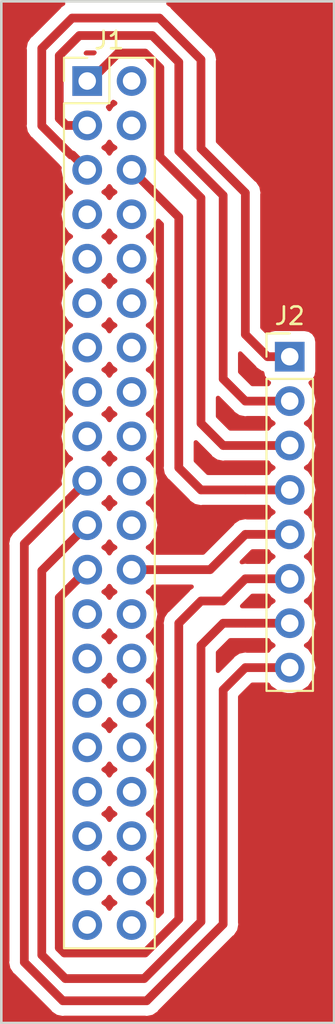
<source format=kicad_pcb>
(kicad_pcb (version 20171130) (host pcbnew 5.0.0-rc2-dev-unknown-5e5e80d~64~ubuntu16.04.1)

  (general
    (thickness 1.6)
    (drawings 4)
    (tracks 74)
    (zones 0)
    (modules 2)
    (nets 41)
  )

  (page A4)
  (layers
    (0 F.Cu signal)
    (31 B.Cu signal)
    (32 B.Adhes user)
    (33 F.Adhes user)
    (34 B.Paste user)
    (35 F.Paste user)
    (36 B.SilkS user)
    (37 F.SilkS user)
    (38 B.Mask user)
    (39 F.Mask user)
    (40 Dwgs.User user)
    (41 Cmts.User user hide)
    (42 Eco1.User user hide)
    (43 Eco2.User user hide)
    (44 Edge.Cuts user)
    (45 Margin user hide)
    (46 B.CrtYd user hide)
    (47 F.CrtYd user hide)
    (48 B.Fab user hide)
    (49 F.Fab user hide)
  )

  (setup
    (last_trace_width 0.5)
    (trace_clearance 0.6)
    (zone_clearance 0.508)
    (zone_45_only no)
    (trace_min 0.2)
    (segment_width 0.2)
    (edge_width 0.15)
    (via_size 0.8)
    (via_drill 0.4)
    (via_min_size 0.4)
    (via_min_drill 0.3)
    (uvia_size 0.3)
    (uvia_drill 0.1)
    (uvias_allowed no)
    (uvia_min_size 0.2)
    (uvia_min_drill 0.1)
    (pcb_text_width 0.3)
    (pcb_text_size 1.5 1.5)
    (mod_edge_width 0.15)
    (mod_text_size 1 1)
    (mod_text_width 0.15)
    (pad_size 1.524 1.524)
    (pad_drill 0.762)
    (pad_to_mask_clearance 0.2)
    (aux_axis_origin 0 0)
    (visible_elements FFFFFF7F)
    (pcbplotparams
      (layerselection 0x01000_7fffffff)
      (usegerberextensions false)
      (usegerberattributes false)
      (usegerberadvancedattributes false)
      (creategerberjobfile false)
      (excludeedgelayer true)
      (linewidth 0.100000)
      (plotframeref false)
      (viasonmask false)
      (mode 1)
      (useauxorigin false)
      (hpglpennumber 1)
      (hpglpenspeed 20)
      (hpglpendiameter 15)
      (psnegative false)
      (psa4output false)
      (plotreference true)
      (plotvalue true)
      (plotinvisibletext false)
      (padsonsilk false)
      (subtractmaskfromsilk false)
      (outputformat 1)
      (mirror false)
      (drillshape 0)
      (scaleselection 1)
      (outputdirectory gerbers/))
  )

  (net 0 "")
  (net 1 "Net-(J1-Pad40)")
  (net 2 "Net-(J1-Pad39)")
  (net 3 "Net-(J1-Pad38)")
  (net 4 "Net-(J1-Pad37)")
  (net 5 "Net-(J1-Pad36)")
  (net 6 "Net-(J1-Pad35)")
  (net 7 "Net-(J1-Pad34)")
  (net 8 "Net-(J1-Pad33)")
  (net 9 "Net-(J1-Pad32)")
  (net 10 "Net-(J1-Pad31)")
  (net 11 "Net-(J1-Pad30)")
  (net 12 "Net-(J1-Pad29)")
  (net 13 "Net-(J1-Pad28)")
  (net 14 "Net-(J1-Pad27)")
  (net 15 "Net-(J1-Pad26)")
  (net 16 "Net-(J1-Pad25)")
  (net 17 "Net-(J1-Pad24)")
  (net 18 "Net-(J1-Pad23)")
  (net 19 "Net-(J1-Pad22)")
  (net 20 "Net-(J1-Pad21)")
  (net 21 "Net-(J1-Pad20)")
  (net 22 "Net-(J1-Pad19)")
  (net 23 "Net-(J1-Pad18)")
  (net 24 "Net-(J1-Pad17)")
  (net 25 "Net-(J1-Pad16)")
  (net 26 "Net-(J1-Pad15)")
  (net 27 "Net-(J1-Pad14)")
  (net 28 "Net-(J1-Pad13)")
  (net 29 "Net-(J1-Pad12)")
  (net 30 "Net-(J1-Pad11)")
  (net 31 "Net-(J1-Pad10)")
  (net 32 "Net-(J1-Pad9)")
  (net 33 "Net-(J1-Pad8)")
  (net 34 "Net-(J1-Pad7)")
  (net 35 "Net-(J1-Pad6)")
  (net 36 "Net-(J1-Pad5)")
  (net 37 "Net-(J1-Pad4)")
  (net 38 "Net-(J1-Pad3)")
  (net 39 "Net-(J1-Pad2)")
  (net 40 "Net-(J1-Pad1)")

  (net_class Default "This is the default net class."
    (clearance 0.6)
    (trace_width 0.5)
    (via_dia 0.8)
    (via_drill 0.4)
    (uvia_dia 0.3)
    (uvia_drill 0.1)
    (add_net "Net-(J1-Pad1)")
    (add_net "Net-(J1-Pad10)")
    (add_net "Net-(J1-Pad11)")
    (add_net "Net-(J1-Pad12)")
    (add_net "Net-(J1-Pad13)")
    (add_net "Net-(J1-Pad14)")
    (add_net "Net-(J1-Pad15)")
    (add_net "Net-(J1-Pad16)")
    (add_net "Net-(J1-Pad17)")
    (add_net "Net-(J1-Pad18)")
    (add_net "Net-(J1-Pad19)")
    (add_net "Net-(J1-Pad2)")
    (add_net "Net-(J1-Pad20)")
    (add_net "Net-(J1-Pad21)")
    (add_net "Net-(J1-Pad22)")
    (add_net "Net-(J1-Pad23)")
    (add_net "Net-(J1-Pad24)")
    (add_net "Net-(J1-Pad25)")
    (add_net "Net-(J1-Pad26)")
    (add_net "Net-(J1-Pad27)")
    (add_net "Net-(J1-Pad28)")
    (add_net "Net-(J1-Pad29)")
    (add_net "Net-(J1-Pad3)")
    (add_net "Net-(J1-Pad30)")
    (add_net "Net-(J1-Pad31)")
    (add_net "Net-(J1-Pad32)")
    (add_net "Net-(J1-Pad33)")
    (add_net "Net-(J1-Pad34)")
    (add_net "Net-(J1-Pad35)")
    (add_net "Net-(J1-Pad36)")
    (add_net "Net-(J1-Pad37)")
    (add_net "Net-(J1-Pad38)")
    (add_net "Net-(J1-Pad39)")
    (add_net "Net-(J1-Pad4)")
    (add_net "Net-(J1-Pad40)")
    (add_net "Net-(J1-Pad5)")
    (add_net "Net-(J1-Pad6)")
    (add_net "Net-(J1-Pad7)")
    (add_net "Net-(J1-Pad8)")
    (add_net "Net-(J1-Pad9)")
  )

  (module Pin_Headers:Pin_Header_Straight_2x20_Pitch2.54mm (layer F.Cu) (tedit 59650533) (tstamp 5B51C787)
    (at 124.297381 92.1875)
    (descr "Through hole straight pin header, 2x20, 2.54mm pitch, double rows")
    (tags "Through hole pin header THT 2x20 2.54mm double row")
    (path /5B51C081)
    (fp_text reference J1 (at 1.27 -2.33) (layer F.SilkS)
      (effects (font (size 1 1) (thickness 0.15)))
    )
    (fp_text value Conn_02x20_Odd_Even (at 1.27 50.59) (layer F.Fab)
      (effects (font (size 1 1) (thickness 0.15)))
    )
    (fp_text user %R (at 1.27 24.13 90) (layer F.Fab)
      (effects (font (size 1 1) (thickness 0.15)))
    )
    (fp_line (start 4.35 -1.8) (end -1.8 -1.8) (layer F.CrtYd) (width 0.05))
    (fp_line (start 4.35 50.05) (end 4.35 -1.8) (layer F.CrtYd) (width 0.05))
    (fp_line (start -1.8 50.05) (end 4.35 50.05) (layer F.CrtYd) (width 0.05))
    (fp_line (start -1.8 -1.8) (end -1.8 50.05) (layer F.CrtYd) (width 0.05))
    (fp_line (start -1.33 -1.33) (end 0 -1.33) (layer F.SilkS) (width 0.12))
    (fp_line (start -1.33 0) (end -1.33 -1.33) (layer F.SilkS) (width 0.12))
    (fp_line (start 1.27 -1.33) (end 3.87 -1.33) (layer F.SilkS) (width 0.12))
    (fp_line (start 1.27 1.27) (end 1.27 -1.33) (layer F.SilkS) (width 0.12))
    (fp_line (start -1.33 1.27) (end 1.27 1.27) (layer F.SilkS) (width 0.12))
    (fp_line (start 3.87 -1.33) (end 3.87 49.59) (layer F.SilkS) (width 0.12))
    (fp_line (start -1.33 1.27) (end -1.33 49.59) (layer F.SilkS) (width 0.12))
    (fp_line (start -1.33 49.59) (end 3.87 49.59) (layer F.SilkS) (width 0.12))
    (fp_line (start -1.27 0) (end 0 -1.27) (layer F.Fab) (width 0.1))
    (fp_line (start -1.27 49.53) (end -1.27 0) (layer F.Fab) (width 0.1))
    (fp_line (start 3.81 49.53) (end -1.27 49.53) (layer F.Fab) (width 0.1))
    (fp_line (start 3.81 -1.27) (end 3.81 49.53) (layer F.Fab) (width 0.1))
    (fp_line (start 0 -1.27) (end 3.81 -1.27) (layer F.Fab) (width 0.1))
    (pad 40 thru_hole oval (at 2.54 48.26) (size 1.7 1.7) (drill 1) (layers *.Cu *.Mask)
      (net 1 "Net-(J1-Pad40)"))
    (pad 39 thru_hole oval (at 0 48.26) (size 1.7 1.7) (drill 1) (layers *.Cu *.Mask)
      (net 2 "Net-(J1-Pad39)"))
    (pad 38 thru_hole oval (at 2.54 45.72) (size 1.7 1.7) (drill 1) (layers *.Cu *.Mask)
      (net 3 "Net-(J1-Pad38)"))
    (pad 37 thru_hole oval (at 0 45.72) (size 1.7 1.7) (drill 1) (layers *.Cu *.Mask)
      (net 4 "Net-(J1-Pad37)"))
    (pad 36 thru_hole oval (at 2.54 43.18) (size 1.7 1.7) (drill 1) (layers *.Cu *.Mask)
      (net 5 "Net-(J1-Pad36)"))
    (pad 35 thru_hole oval (at 0 43.18) (size 1.7 1.7) (drill 1) (layers *.Cu *.Mask)
      (net 6 "Net-(J1-Pad35)"))
    (pad 34 thru_hole oval (at 2.54 40.64) (size 1.7 1.7) (drill 1) (layers *.Cu *.Mask)
      (net 7 "Net-(J1-Pad34)"))
    (pad 33 thru_hole oval (at 0 40.64) (size 1.7 1.7) (drill 1) (layers *.Cu *.Mask)
      (net 8 "Net-(J1-Pad33)"))
    (pad 32 thru_hole oval (at 2.54 38.1) (size 1.7 1.7) (drill 1) (layers *.Cu *.Mask)
      (net 9 "Net-(J1-Pad32)"))
    (pad 31 thru_hole oval (at 0 38.1) (size 1.7 1.7) (drill 1) (layers *.Cu *.Mask)
      (net 10 "Net-(J1-Pad31)"))
    (pad 30 thru_hole oval (at 2.54 35.56) (size 1.7 1.7) (drill 1) (layers *.Cu *.Mask)
      (net 11 "Net-(J1-Pad30)"))
    (pad 29 thru_hole oval (at 0 35.56) (size 1.7 1.7) (drill 1) (layers *.Cu *.Mask)
      (net 12 "Net-(J1-Pad29)"))
    (pad 28 thru_hole oval (at 2.54 33.02) (size 1.7 1.7) (drill 1) (layers *.Cu *.Mask)
      (net 13 "Net-(J1-Pad28)"))
    (pad 27 thru_hole oval (at 0 33.02) (size 1.7 1.7) (drill 1) (layers *.Cu *.Mask)
      (net 14 "Net-(J1-Pad27)"))
    (pad 26 thru_hole oval (at 2.54 30.48) (size 1.7 1.7) (drill 1) (layers *.Cu *.Mask)
      (net 15 "Net-(J1-Pad26)"))
    (pad 25 thru_hole oval (at 0 30.48) (size 1.7 1.7) (drill 1) (layers *.Cu *.Mask)
      (net 16 "Net-(J1-Pad25)"))
    (pad 24 thru_hole oval (at 2.54 27.94) (size 1.7 1.7) (drill 1) (layers *.Cu *.Mask)
      (net 17 "Net-(J1-Pad24)"))
    (pad 23 thru_hole oval (at 0 27.94) (size 1.7 1.7) (drill 1) (layers *.Cu *.Mask)
      (net 18 "Net-(J1-Pad23)"))
    (pad 22 thru_hole oval (at 2.54 25.4) (size 1.7 1.7) (drill 1) (layers *.Cu *.Mask)
      (net 19 "Net-(J1-Pad22)"))
    (pad 21 thru_hole oval (at 0 25.4) (size 1.7 1.7) (drill 1) (layers *.Cu *.Mask)
      (net 20 "Net-(J1-Pad21)"))
    (pad 20 thru_hole oval (at 2.54 22.86) (size 1.7 1.7) (drill 1) (layers *.Cu *.Mask)
      (net 21 "Net-(J1-Pad20)"))
    (pad 19 thru_hole oval (at 0 22.86) (size 1.7 1.7) (drill 1) (layers *.Cu *.Mask)
      (net 22 "Net-(J1-Pad19)"))
    (pad 18 thru_hole oval (at 2.54 20.32) (size 1.7 1.7) (drill 1) (layers *.Cu *.Mask)
      (net 23 "Net-(J1-Pad18)"))
    (pad 17 thru_hole oval (at 0 20.32) (size 1.7 1.7) (drill 1) (layers *.Cu *.Mask)
      (net 24 "Net-(J1-Pad17)"))
    (pad 16 thru_hole oval (at 2.54 17.78) (size 1.7 1.7) (drill 1) (layers *.Cu *.Mask)
      (net 25 "Net-(J1-Pad16)"))
    (pad 15 thru_hole oval (at 0 17.78) (size 1.7 1.7) (drill 1) (layers *.Cu *.Mask)
      (net 26 "Net-(J1-Pad15)"))
    (pad 14 thru_hole oval (at 2.54 15.24) (size 1.7 1.7) (drill 1) (layers *.Cu *.Mask)
      (net 27 "Net-(J1-Pad14)"))
    (pad 13 thru_hole oval (at 0 15.24) (size 1.7 1.7) (drill 1) (layers *.Cu *.Mask)
      (net 28 "Net-(J1-Pad13)"))
    (pad 12 thru_hole oval (at 2.54 12.7) (size 1.7 1.7) (drill 1) (layers *.Cu *.Mask)
      (net 29 "Net-(J1-Pad12)"))
    (pad 11 thru_hole oval (at 0 12.7) (size 1.7 1.7) (drill 1) (layers *.Cu *.Mask)
      (net 30 "Net-(J1-Pad11)"))
    (pad 10 thru_hole oval (at 2.54 10.16) (size 1.7 1.7) (drill 1) (layers *.Cu *.Mask)
      (net 31 "Net-(J1-Pad10)"))
    (pad 9 thru_hole oval (at 0 10.16) (size 1.7 1.7) (drill 1) (layers *.Cu *.Mask)
      (net 32 "Net-(J1-Pad9)"))
    (pad 8 thru_hole oval (at 2.54 7.62) (size 1.7 1.7) (drill 1) (layers *.Cu *.Mask)
      (net 33 "Net-(J1-Pad8)"))
    (pad 7 thru_hole oval (at 0 7.62) (size 1.7 1.7) (drill 1) (layers *.Cu *.Mask)
      (net 34 "Net-(J1-Pad7)"))
    (pad 6 thru_hole oval (at 2.54 5.08) (size 1.7 1.7) (drill 1) (layers *.Cu *.Mask)
      (net 35 "Net-(J1-Pad6)"))
    (pad 5 thru_hole oval (at 0 5.08) (size 1.7 1.7) (drill 1) (layers *.Cu *.Mask)
      (net 36 "Net-(J1-Pad5)"))
    (pad 4 thru_hole oval (at 2.54 2.54) (size 1.7 1.7) (drill 1) (layers *.Cu *.Mask)
      (net 37 "Net-(J1-Pad4)"))
    (pad 3 thru_hole oval (at 0 2.54) (size 1.7 1.7) (drill 1) (layers *.Cu *.Mask)
      (net 38 "Net-(J1-Pad3)"))
    (pad 2 thru_hole oval (at 2.54 0) (size 1.7 1.7) (drill 1) (layers *.Cu *.Mask)
      (net 39 "Net-(J1-Pad2)"))
    (pad 1 thru_hole rect (at 0 0) (size 1.7 1.7) (drill 1) (layers *.Cu *.Mask)
      (net 40 "Net-(J1-Pad1)"))
    (model ${KISYS3DMOD}/Pin_Headers.3dshapes/Pin_Header_Straight_2x20_Pitch2.54mm.wrl
      (at (xyz 0 0 0))
      (scale (xyz 1 1 1))
      (rotate (xyz 0 0 0))
    )
  )

  (module Pin_Headers:Pin_Header_Straight_1x08_Pitch2.54mm (layer F.Cu) (tedit 59650532) (tstamp 5B51CB48)
    (at 135.89 107.95)
    (descr "Through hole straight pin header, 1x08, 2.54mm pitch, single row")
    (tags "Through hole pin header THT 1x08 2.54mm single row")
    (path /5B51C2D2)
    (fp_text reference J2 (at 0 -2.33) (layer F.SilkS)
      (effects (font (size 1 1) (thickness 0.15)))
    )
    (fp_text value Conn_01x08 (at 0 20.11) (layer F.Fab)
      (effects (font (size 1 1) (thickness 0.15)))
    )
    (fp_text user %R (at 0 8.89 90) (layer F.Fab)
      (effects (font (size 1 1) (thickness 0.15)))
    )
    (fp_line (start 1.8 -1.8) (end -1.8 -1.8) (layer F.CrtYd) (width 0.05))
    (fp_line (start 1.8 19.55) (end 1.8 -1.8) (layer F.CrtYd) (width 0.05))
    (fp_line (start -1.8 19.55) (end 1.8 19.55) (layer F.CrtYd) (width 0.05))
    (fp_line (start -1.8 -1.8) (end -1.8 19.55) (layer F.CrtYd) (width 0.05))
    (fp_line (start -1.33 -1.33) (end 0 -1.33) (layer F.SilkS) (width 0.12))
    (fp_line (start -1.33 0) (end -1.33 -1.33) (layer F.SilkS) (width 0.12))
    (fp_line (start -1.33 1.27) (end 1.33 1.27) (layer F.SilkS) (width 0.12))
    (fp_line (start 1.33 1.27) (end 1.33 19.11) (layer F.SilkS) (width 0.12))
    (fp_line (start -1.33 1.27) (end -1.33 19.11) (layer F.SilkS) (width 0.12))
    (fp_line (start -1.33 19.11) (end 1.33 19.11) (layer F.SilkS) (width 0.12))
    (fp_line (start -1.27 -0.635) (end -0.635 -1.27) (layer F.Fab) (width 0.1))
    (fp_line (start -1.27 19.05) (end -1.27 -0.635) (layer F.Fab) (width 0.1))
    (fp_line (start 1.27 19.05) (end -1.27 19.05) (layer F.Fab) (width 0.1))
    (fp_line (start 1.27 -1.27) (end 1.27 19.05) (layer F.Fab) (width 0.1))
    (fp_line (start -0.635 -1.27) (end 1.27 -1.27) (layer F.Fab) (width 0.1))
    (pad 8 thru_hole oval (at 0 17.78) (size 1.7 1.7) (drill 1) (layers *.Cu *.Mask)
      (net 22 "Net-(J1-Pad19)"))
    (pad 7 thru_hole oval (at 0 15.24) (size 1.7 1.7) (drill 1) (layers *.Cu *.Mask)
      (net 20 "Net-(J1-Pad21)"))
    (pad 6 thru_hole oval (at 0 12.7) (size 1.7 1.7) (drill 1) (layers *.Cu *.Mask)
      (net 18 "Net-(J1-Pad23)"))
    (pad 5 thru_hole oval (at 0 10.16) (size 1.7 1.7) (drill 1) (layers *.Cu *.Mask)
      (net 17 "Net-(J1-Pad24)"))
    (pad 4 thru_hole oval (at 0 7.62) (size 1.7 1.7) (drill 1) (layers *.Cu *.Mask)
      (net 35 "Net-(J1-Pad6)"))
    (pad 3 thru_hole oval (at 0 5.08) (size 1.7 1.7) (drill 1) (layers *.Cu *.Mask)
      (net 40 "Net-(J1-Pad1)"))
    (pad 2 thru_hole oval (at 0 2.54) (size 1.7 1.7) (drill 1) (layers *.Cu *.Mask)
      (net 38 "Net-(J1-Pad3)"))
    (pad 1 thru_hole rect (at 0 0) (size 1.7 1.7) (drill 1) (layers *.Cu *.Mask)
      (net 36 "Net-(J1-Pad5)"))
    (model ${KISYS3DMOD}/Pin_Headers.3dshapes/Pin_Header_Straight_1x08_Pitch2.54mm.wrl
      (at (xyz 0 0 0))
      (scale (xyz 1 1 1))
      (rotate (xyz 0 0 0))
    )
  )

  (gr_line (start 119.38 146.05) (end 119.38 87.63) (layer Edge.Cuts) (width 0.15))
  (gr_line (start 138.43 146.05) (end 119.38 146.05) (layer Edge.Cuts) (width 0.15))
  (gr_line (start 138.43 87.63) (end 138.43 146.05) (layer Edge.Cuts) (width 0.15))
  (gr_line (start 119.38 87.63) (end 138.43 87.63) (layer Edge.Cuts) (width 0.15))

  (segment (start 131.3325 120.1275) (end 126.837381 120.1275) (width 0.5) (layer F.Cu) (net 17))
  (segment (start 133.35 118.11) (end 131.3325 120.1275) (width 0.5) (layer F.Cu) (net 17))
  (segment (start 135.89 118.11) (end 134.62 118.11) (width 0.5) (layer F.Cu) (net 17))
  (segment (start 134.62 118.11) (end 133.35 118.11) (width 0.5) (layer F.Cu) (net 17))
  (segment (start 123.447382 120.977499) (end 124.297381 120.1275) (width 0.5) (layer F.Cu) (net 18))
  (segment (start 132.08 121.92) (end 130.81 121.92) (width 0.5) (layer F.Cu) (net 18))
  (segment (start 133.35 120.65) (end 132.08 121.92) (width 0.5) (layer F.Cu) (net 18))
  (segment (start 130.81 121.92) (end 129.54 123.19) (width 0.5) (layer F.Cu) (net 18))
  (segment (start 122.997501 142.047501) (end 122.69738 141.74738) (width 0.5) (layer F.Cu) (net 18))
  (segment (start 122.69738 121.727501) (end 123.447382 120.977499) (width 0.5) (layer F.Cu) (net 18))
  (segment (start 129.54 123.19) (end 129.54 140.112883) (width 0.5) (layer F.Cu) (net 18))
  (segment (start 122.69738 141.74738) (end 122.69738 121.727501) (width 0.5) (layer F.Cu) (net 18))
  (segment (start 129.54 140.112883) (end 127.605382 142.047501) (width 0.5) (layer F.Cu) (net 18))
  (segment (start 127.605382 142.047501) (end 122.997501 142.047501) (width 0.5) (layer F.Cu) (net 18))
  (segment (start 135.89 120.65) (end 134.62 120.65) (width 0.5) (layer F.Cu) (net 18))
  (segment (start 134.62 120.65) (end 133.35 120.65) (width 0.5) (layer F.Cu) (net 18))
  (segment (start 132.08 123.19) (end 130.81 124.46) (width 0.5) (layer F.Cu) (net 20))
  (segment (start 130.81 140.25711) (end 127.55711 143.51) (width 0.5) (layer F.Cu) (net 20))
  (segment (start 130.81 124.46) (end 130.81 140.25711) (width 0.5) (layer F.Cu) (net 20))
  (segment (start 121.69737 120.187511) (end 124.297381 117.5875) (width 0.5) (layer F.Cu) (net 20))
  (segment (start 121.69737 142.161597) (end 121.69737 120.187511) (width 0.5) (layer F.Cu) (net 20))
  (segment (start 123.045773 143.51) (end 121.69737 142.161597) (width 0.5) (layer F.Cu) (net 20))
  (segment (start 127.55711 143.51) (end 123.045773 143.51) (width 0.5) (layer F.Cu) (net 20))
  (segment (start 135.89 123.19) (end 134.62 123.19) (width 0.5) (layer F.Cu) (net 20))
  (segment (start 134.62 123.19) (end 133.35 123.19) (width 0.5) (layer F.Cu) (net 20))
  (segment (start 133.35 123.19) (end 132.08 123.19) (width 0.5) (layer F.Cu) (net 20))
  (segment (start 133.35 125.73) (end 132.08 127) (width 0.5) (layer F.Cu) (net 22))
  (segment (start 132.08 140.401336) (end 127.701336 144.78) (width 0.5) (layer F.Cu) (net 22))
  (segment (start 132.08 127) (end 132.08 140.401336) (width 0.5) (layer F.Cu) (net 22))
  (segment (start 123.447382 115.897499) (end 124.297381 115.0475) (width 0.5) (layer F.Cu) (net 22))
  (segment (start 120.69736 118.647521) (end 123.447382 115.897499) (width 0.5) (layer F.Cu) (net 22))
  (segment (start 120.69736 142.575814) (end 120.69736 118.647521) (width 0.5) (layer F.Cu) (net 22))
  (segment (start 122.901547 144.78) (end 120.69736 142.575814) (width 0.5) (layer F.Cu) (net 22))
  (segment (start 127.701336 144.78) (end 122.901547 144.78) (width 0.5) (layer F.Cu) (net 22))
  (segment (start 135.89 125.73) (end 134.62 125.73) (width 0.5) (layer F.Cu) (net 22))
  (segment (start 134.62 125.73) (end 133.35 125.73) (width 0.5) (layer F.Cu) (net 22))
  (segment (start 130.81 115.57) (end 129.54 114.3) (width 0.5) (layer F.Cu) (net 35))
  (segment (start 129.54 99.970119) (end 126.837381 97.2675) (width 0.5) (layer F.Cu) (net 35))
  (segment (start 129.54 114.3) (end 129.54 99.970119) (width 0.5) (layer F.Cu) (net 35))
  (segment (start 135.89 115.57) (end 133.35 115.57) (width 0.5) (layer F.Cu) (net 35))
  (segment (start 133.35 115.57) (end 130.81 115.57) (width 0.5) (layer F.Cu) (net 35))
  (segment (start 123.371074 96.417501) (end 123.447382 96.417501) (width 0.5) (layer F.Cu) (net 36))
  (segment (start 133.35 106.68) (end 133.35 98.583665) (width 0.5) (layer F.Cu) (net 36))
  (segment (start 130.809999 90.963663) (end 128.433816 88.587479) (width 0.5) (layer F.Cu) (net 36))
  (segment (start 133.35 98.583665) (end 130.81 96.043665) (width 0.5) (layer F.Cu) (net 36))
  (segment (start 123.447382 96.417501) (end 124.297381 97.2675) (width 0.5) (layer F.Cu) (net 36))
  (segment (start 130.81 96.043665) (end 130.809999 90.963663) (width 0.5) (layer F.Cu) (net 36))
  (segment (start 128.433816 88.587479) (end 123.433173 88.587479) (width 0.5) (layer F.Cu) (net 36))
  (segment (start 121.69737 90.323282) (end 121.69737 94.743797) (width 0.5) (layer F.Cu) (net 36))
  (segment (start 134.62 107.95) (end 133.35 106.68) (width 0.5) (layer F.Cu) (net 36))
  (segment (start 123.433173 88.587479) (end 121.69737 90.323282) (width 0.5) (layer F.Cu) (net 36))
  (segment (start 121.69737 94.743797) (end 123.371074 96.417501) (width 0.5) (layer F.Cu) (net 36))
  (segment (start 135.89 107.95) (end 134.62 107.95) (width 0.5) (layer F.Cu) (net 36))
  (segment (start 123.0953 94.7275) (end 124.297381 94.7275) (width 0.5) (layer F.Cu) (net 38))
  (segment (start 128.019599 89.587489) (end 123.84739 89.587489) (width 0.5) (layer F.Cu) (net 38))
  (segment (start 132.08 98.727891) (end 129.54 96.187891) (width 0.5) (layer F.Cu) (net 38))
  (segment (start 129.54 96.187891) (end 129.54 91.10789) (width 0.5) (layer F.Cu) (net 38))
  (segment (start 129.54 91.10789) (end 128.019599 89.587489) (width 0.5) (layer F.Cu) (net 38))
  (segment (start 123.84739 89.587489) (end 122.69738 90.737499) (width 0.5) (layer F.Cu) (net 38))
  (segment (start 122.69738 90.737499) (end 122.69738 94.32958) (width 0.5) (layer F.Cu) (net 38))
  (segment (start 132.08 109.22) (end 132.08 98.727891) (width 0.5) (layer F.Cu) (net 38))
  (segment (start 133.35 110.49) (end 132.08 109.22) (width 0.5) (layer F.Cu) (net 38))
  (segment (start 122.69738 94.32958) (end 123.0953 94.7275) (width 0.5) (layer F.Cu) (net 38))
  (segment (start 135.89 110.49) (end 133.35 110.49) (width 0.5) (layer F.Cu) (net 38))
  (segment (start 124.469379 92.1875) (end 124.297381 92.1875) (width 0.5) (layer F.Cu) (net 40))
  (segment (start 126.06938 90.587499) (end 124.469379 92.1875) (width 0.5) (layer F.Cu) (net 40))
  (segment (start 128.457883 91.44) (end 127.605382 90.587499) (width 0.5) (layer F.Cu) (net 40))
  (segment (start 128.457883 96.52) (end 128.457883 91.44) (width 0.5) (layer F.Cu) (net 40))
  (segment (start 130.81 98.872117) (end 128.457883 96.52) (width 0.5) (layer F.Cu) (net 40))
  (segment (start 127.605382 90.587499) (end 126.06938 90.587499) (width 0.5) (layer F.Cu) (net 40))
  (segment (start 130.81 111.76) (end 130.81 98.872117) (width 0.5) (layer F.Cu) (net 40))
  (segment (start 132.08 113.03) (end 130.81 111.76) (width 0.5) (layer F.Cu) (net 40))
  (segment (start 135.89 113.03) (end 134.62 113.03) (width 0.5) (layer F.Cu) (net 40))
  (segment (start 134.62 113.03) (end 132.08 113.03) (width 0.5) (layer F.Cu) (net 40))

  (zone (net 0) (net_name "") (layer F.Cu) (tstamp 0) (hatch edge 0.508)
    (connect_pads (clearance 0.508))
    (min_thickness 0.254)
    (fill yes (arc_segments 16) (thermal_gap 0.508) (thermal_bridge_width 0.508))
    (polygon
      (pts
        (xy 119.38 87.63) (xy 138.43 87.63) (xy 138.43 146.05) (xy 119.38 146.05)
      )
    )
    (filled_polygon
      (pts
        (xy 122.810369 87.828596) (xy 122.810367 87.828598) (xy 122.728796 87.883102) (xy 122.674292 87.964673) (xy 121.074567 89.564399)
        (xy 120.992993 89.618905) (xy 120.777057 89.942077) (xy 120.72037 90.22706) (xy 120.72037 90.227064) (xy 120.701231 90.323282)
        (xy 120.72037 90.4195) (xy 120.720371 94.647574) (xy 120.701231 94.743797) (xy 120.777058 95.125003) (xy 120.938487 95.3666)
        (xy 120.93849 95.366603) (xy 120.992994 95.448174) (xy 121.074565 95.502678) (xy 122.612193 97.040307) (xy 122.666697 97.121878)
        (xy 122.71238 97.152403) (xy 122.689486 97.2675) (xy 122.81188 97.882815) (xy 123.160428 98.404453) (xy 123.359547 98.5375)
        (xy 123.160428 98.670547) (xy 122.81188 99.192185) (xy 122.689486 99.8075) (xy 122.81188 100.422815) (xy 123.160428 100.944453)
        (xy 123.359547 101.0775) (xy 123.160428 101.210547) (xy 122.81188 101.732185) (xy 122.689486 102.3475) (xy 122.81188 102.962815)
        (xy 123.160428 103.484453) (xy 123.359547 103.6175) (xy 123.160428 103.750547) (xy 122.81188 104.272185) (xy 122.689486 104.8875)
        (xy 122.81188 105.502815) (xy 123.160428 106.024453) (xy 123.359547 106.1575) (xy 123.160428 106.290547) (xy 122.81188 106.812185)
        (xy 122.689486 107.4275) (xy 122.81188 108.042815) (xy 123.160428 108.564453) (xy 123.359547 108.6975) (xy 123.160428 108.830547)
        (xy 122.81188 109.352185) (xy 122.689486 109.9675) (xy 122.81188 110.582815) (xy 123.160428 111.104453) (xy 123.359547 111.2375)
        (xy 123.160428 111.370547) (xy 122.81188 111.892185) (xy 122.689486 112.5075) (xy 122.81188 113.122815) (xy 123.160428 113.644453)
        (xy 123.359547 113.7775) (xy 123.160428 113.910547) (xy 122.81188 114.432185) (xy 122.689486 115.0475) (xy 122.727017 115.236178)
        (xy 120.074555 117.88864) (xy 119.992984 117.943144) (xy 119.93848 118.024715) (xy 119.938477 118.024718) (xy 119.777048 118.266315)
        (xy 119.701221 118.647521) (xy 119.720361 118.743744) (xy 119.72036 142.479596) (xy 119.701221 142.575814) (xy 119.72036 142.672032)
        (xy 119.72036 142.672036) (xy 119.777047 142.957019) (xy 119.992983 143.280191) (xy 120.074557 143.334697) (xy 122.142666 145.402806)
        (xy 122.19717 145.484377) (xy 122.278741 145.538881) (xy 122.278743 145.538883) (xy 122.43898 145.645949) (xy 122.520341 145.700313)
        (xy 122.805324 145.757) (xy 122.805328 145.757) (xy 122.901546 145.776139) (xy 122.997764 145.757) (xy 127.605118 145.757)
        (xy 127.701336 145.776139) (xy 127.797554 145.757) (xy 127.797559 145.757) (xy 128.082542 145.700313) (xy 128.405713 145.484377)
        (xy 128.460219 145.402803) (xy 132.702806 141.160217) (xy 132.784377 141.105713) (xy 132.838881 141.024142) (xy 132.838883 141.02414)
        (xy 133.000312 140.782543) (xy 133.000313 140.782542) (xy 133.057 140.497559) (xy 133.057 140.497555) (xy 133.076139 140.401337)
        (xy 133.057 140.305119) (xy 133.057 127.404686) (xy 133.754687 126.707) (xy 134.64617 126.707) (xy 134.753047 126.866953)
        (xy 135.274685 127.215501) (xy 135.734681 127.307) (xy 136.045319 127.307) (xy 136.505315 127.215501) (xy 137.026953 126.866953)
        (xy 137.375501 126.345315) (xy 137.497895 125.73) (xy 137.375501 125.114685) (xy 137.026953 124.593047) (xy 136.827834 124.46)
        (xy 137.026953 124.326953) (xy 137.375501 123.805315) (xy 137.497895 123.19) (xy 137.375501 122.574685) (xy 137.026953 122.053047)
        (xy 136.827834 121.92) (xy 137.026953 121.786953) (xy 137.375501 121.265315) (xy 137.497895 120.65) (xy 137.375501 120.034685)
        (xy 137.026953 119.513047) (xy 136.827834 119.38) (xy 137.026953 119.246953) (xy 137.375501 118.725315) (xy 137.497895 118.11)
        (xy 137.375501 117.494685) (xy 137.026953 116.973047) (xy 136.827834 116.84) (xy 137.026953 116.706953) (xy 137.375501 116.185315)
        (xy 137.497895 115.57) (xy 137.375501 114.954685) (xy 137.026953 114.433047) (xy 136.827834 114.3) (xy 137.026953 114.166953)
        (xy 137.375501 113.645315) (xy 137.497895 113.03) (xy 137.375501 112.414685) (xy 137.026953 111.893047) (xy 136.827834 111.76)
        (xy 137.026953 111.626953) (xy 137.375501 111.105315) (xy 137.497895 110.49) (xy 137.375501 109.874685) (xy 137.086807 109.442625)
        (xy 137.264137 109.324137) (xy 137.424818 109.083661) (xy 137.481242 108.8) (xy 137.481242 107.1) (xy 137.424818 106.816339)
        (xy 137.264137 106.575863) (xy 137.023661 106.415182) (xy 136.74 106.358758) (xy 135.04 106.358758) (xy 134.756339 106.415182)
        (xy 134.582814 106.531128) (xy 134.327 106.275314) (xy 134.327 98.679882) (xy 134.346139 98.583664) (xy 134.327 98.487446)
        (xy 134.327 98.487442) (xy 134.270313 98.202459) (xy 134.054377 97.879288) (xy 133.972803 97.824782) (xy 131.787 95.638979)
        (xy 131.786998 91.059885) (xy 131.806138 90.963663) (xy 131.730312 90.582457) (xy 131.568882 90.340859) (xy 131.568877 90.340854)
        (xy 131.514375 90.259286) (xy 131.432807 90.204784) (xy 129.192699 87.964676) (xy 129.138193 87.883102) (xy 128.949468 87.757)
        (xy 138.303 87.757) (xy 138.303 145.923) (xy 119.507 145.923) (xy 119.507 87.757) (xy 122.917521 87.757)
      )
    )
    (filled_polygon
      (pts
        (xy 130.187196 121.161117) (xy 130.187194 121.161119) (xy 130.105623 121.215623) (xy 130.051119 121.297194) (xy 128.917197 122.431117)
        (xy 128.835623 122.485623) (xy 128.619687 122.808795) (xy 128.563 123.093778) (xy 128.563 123.093782) (xy 128.543861 123.19)
        (xy 128.563 123.286218) (xy 128.563001 139.708195) (xy 128.342149 139.929047) (xy 128.322882 139.832185) (xy 127.974334 139.310547)
        (xy 127.775215 139.1775) (xy 127.974334 139.044453) (xy 128.322882 138.522815) (xy 128.445276 137.9075) (xy 128.322882 137.292185)
        (xy 127.974334 136.770547) (xy 127.775215 136.6375) (xy 127.974334 136.504453) (xy 128.322882 135.982815) (xy 128.445276 135.3675)
        (xy 128.322882 134.752185) (xy 127.974334 134.230547) (xy 127.775215 134.0975) (xy 127.974334 133.964453) (xy 128.322882 133.442815)
        (xy 128.445276 132.8275) (xy 128.322882 132.212185) (xy 127.974334 131.690547) (xy 127.775215 131.5575) (xy 127.974334 131.424453)
        (xy 128.322882 130.902815) (xy 128.445276 130.2875) (xy 128.322882 129.672185) (xy 127.974334 129.150547) (xy 127.775215 129.0175)
        (xy 127.974334 128.884453) (xy 128.322882 128.362815) (xy 128.445276 127.7475) (xy 128.322882 127.132185) (xy 127.974334 126.610547)
        (xy 127.775215 126.4775) (xy 127.974334 126.344453) (xy 128.322882 125.822815) (xy 128.445276 125.2075) (xy 128.322882 124.592185)
        (xy 127.974334 124.070547) (xy 127.775215 123.9375) (xy 127.974334 123.804453) (xy 128.322882 123.282815) (xy 128.445276 122.6675)
        (xy 128.322882 122.052185) (xy 127.974334 121.530547) (xy 127.775215 121.3975) (xy 127.974334 121.264453) (xy 128.081211 121.1045)
        (xy 130.27193 121.1045)
      )
    )
    (filled_polygon
      (pts
        (xy 125.700428 139.044453) (xy 125.899547 139.1775) (xy 125.700428 139.310547) (xy 125.567381 139.509666) (xy 125.434334 139.310547)
        (xy 125.235215 139.1775) (xy 125.434334 139.044453) (xy 125.567381 138.845334)
      )
    )
    (filled_polygon
      (pts
        (xy 125.700428 136.504453) (xy 125.899547 136.6375) (xy 125.700428 136.770547) (xy 125.567381 136.969666) (xy 125.434334 136.770547)
        (xy 125.235215 136.6375) (xy 125.434334 136.504453) (xy 125.567381 136.305334)
      )
    )
    (filled_polygon
      (pts
        (xy 125.700428 133.964453) (xy 125.899547 134.0975) (xy 125.700428 134.230547) (xy 125.567381 134.429666) (xy 125.434334 134.230547)
        (xy 125.235215 134.0975) (xy 125.434334 133.964453) (xy 125.567381 133.765334)
      )
    )
    (filled_polygon
      (pts
        (xy 125.700428 131.424453) (xy 125.899547 131.5575) (xy 125.700428 131.690547) (xy 125.567381 131.889666) (xy 125.434334 131.690547)
        (xy 125.235215 131.5575) (xy 125.434334 131.424453) (xy 125.567381 131.225334)
      )
    )
    (filled_polygon
      (pts
        (xy 125.700428 128.884453) (xy 125.899547 129.0175) (xy 125.700428 129.150547) (xy 125.567381 129.349666) (xy 125.434334 129.150547)
        (xy 125.235215 129.0175) (xy 125.434334 128.884453) (xy 125.567381 128.685334)
      )
    )
    (filled_polygon
      (pts
        (xy 125.700428 126.344453) (xy 125.899547 126.4775) (xy 125.700428 126.610547) (xy 125.567381 126.809666) (xy 125.434334 126.610547)
        (xy 125.235215 126.4775) (xy 125.434334 126.344453) (xy 125.567381 126.145334)
      )
    )
    (filled_polygon
      (pts
        (xy 134.753047 124.326953) (xy 134.952166 124.46) (xy 134.753047 124.593047) (xy 134.64617 124.753) (xy 133.446217 124.753)
        (xy 133.349999 124.733861) (xy 133.253781 124.753) (xy 133.253777 124.753) (xy 132.968794 124.809687) (xy 132.887433 124.864051)
        (xy 132.727196 124.971117) (xy 132.727194 124.971119) (xy 132.645623 125.025623) (xy 132.591119 125.107194) (xy 131.787 125.911314)
        (xy 131.787 124.864686) (xy 132.484687 124.167) (xy 134.64617 124.167)
      )
    )
    (filled_polygon
      (pts
        (xy 125.700428 123.804453) (xy 125.899547 123.9375) (xy 125.700428 124.070547) (xy 125.567381 124.269666) (xy 125.434334 124.070547)
        (xy 125.235215 123.9375) (xy 125.434334 123.804453) (xy 125.567381 123.605334)
      )
    )
    (filled_polygon
      (pts
        (xy 134.753047 121.786953) (xy 134.952166 121.92) (xy 134.753047 122.053047) (xy 134.64617 122.213) (xy 133.168686 122.213)
        (xy 133.754687 121.627) (xy 134.64617 121.627)
      )
    )
    (filled_polygon
      (pts
        (xy 125.700428 121.264453) (xy 125.899547 121.3975) (xy 125.700428 121.530547) (xy 125.567381 121.729666) (xy 125.434334 121.530547)
        (xy 125.235215 121.3975) (xy 125.434334 121.264453) (xy 125.567381 121.065334)
      )
    )
    (filled_polygon
      (pts
        (xy 134.753047 119.246953) (xy 134.952166 119.38) (xy 134.753047 119.513047) (xy 134.64617 119.673) (xy 133.446217 119.673)
        (xy 133.349999 119.653861) (xy 133.253781 119.673) (xy 133.253777 119.673) (xy 133.147558 119.694128) (xy 133.754687 119.087)
        (xy 134.64617 119.087)
      )
    )
    (filled_polygon
      (pts
        (xy 125.700428 118.724453) (xy 125.899547 118.8575) (xy 125.700428 118.990547) (xy 125.567381 119.189666) (xy 125.434334 118.990547)
        (xy 125.235215 118.8575) (xy 125.434334 118.724453) (xy 125.567381 118.525334)
      )
    )
    (filled_polygon
      (pts
        (xy 128.563001 100.374806) (xy 128.563 114.203782) (xy 128.543861 114.3) (xy 128.563 114.396218) (xy 128.563 114.396222)
        (xy 128.619687 114.681205) (xy 128.835623 115.004377) (xy 128.917197 115.058883) (xy 130.051119 116.192806) (xy 130.105623 116.274377)
        (xy 130.187194 116.328881) (xy 130.187196 116.328883) (xy 130.347433 116.435949) (xy 130.428794 116.490313) (xy 130.713777 116.547)
        (xy 130.713781 116.547) (xy 130.809999 116.566139) (xy 130.906217 116.547) (xy 134.64617 116.547) (xy 134.753047 116.706953)
        (xy 134.952166 116.84) (xy 134.753047 116.973047) (xy 134.64617 117.133) (xy 133.446219 117.133) (xy 133.35 117.113861)
        (xy 133.253781 117.133) (xy 133.253777 117.133) (xy 133.028778 117.177755) (xy 132.968793 117.189687) (xy 132.727196 117.351117)
        (xy 132.727194 117.351119) (xy 132.645623 117.405623) (xy 132.591119 117.487194) (xy 130.927814 119.1505) (xy 128.081211 119.1505)
        (xy 127.974334 118.990547) (xy 127.775215 118.8575) (xy 127.974334 118.724453) (xy 128.322882 118.202815) (xy 128.445276 117.5875)
        (xy 128.322882 116.972185) (xy 127.974334 116.450547) (xy 127.775215 116.3175) (xy 127.974334 116.184453) (xy 128.322882 115.662815)
        (xy 128.445276 115.0475) (xy 128.322882 114.432185) (xy 127.974334 113.910547) (xy 127.775215 113.7775) (xy 127.974334 113.644453)
        (xy 128.322882 113.122815) (xy 128.445276 112.5075) (xy 128.322882 111.892185) (xy 127.974334 111.370547) (xy 127.775215 111.2375)
        (xy 127.974334 111.104453) (xy 128.322882 110.582815) (xy 128.445276 109.9675) (xy 128.322882 109.352185) (xy 127.974334 108.830547)
        (xy 127.775215 108.6975) (xy 127.974334 108.564453) (xy 128.322882 108.042815) (xy 128.445276 107.4275) (xy 128.322882 106.812185)
        (xy 127.974334 106.290547) (xy 127.775215 106.1575) (xy 127.974334 106.024453) (xy 128.322882 105.502815) (xy 128.445276 104.8875)
        (xy 128.322882 104.272185) (xy 127.974334 103.750547) (xy 127.775215 103.6175) (xy 127.974334 103.484453) (xy 128.322882 102.962815)
        (xy 128.445276 102.3475) (xy 128.322882 101.732185) (xy 127.974334 101.210547) (xy 127.775215 101.0775) (xy 127.974334 100.944453)
        (xy 128.322882 100.422815) (xy 128.370686 100.182491)
      )
    )
    (filled_polygon
      (pts
        (xy 125.700428 116.184453) (xy 125.899547 116.3175) (xy 125.700428 116.450547) (xy 125.567381 116.649666) (xy 125.434334 116.450547)
        (xy 125.235215 116.3175) (xy 125.434334 116.184453) (xy 125.567381 115.985334)
      )
    )
    (filled_polygon
      (pts
        (xy 131.321119 113.652806) (xy 131.375623 113.734377) (xy 131.457194 113.788881) (xy 131.457196 113.788883) (xy 131.617433 113.895949)
        (xy 131.698794 113.950313) (xy 131.983777 114.007) (xy 131.983781 114.007) (xy 132.079999 114.026139) (xy 132.176217 114.007)
        (xy 134.64617 114.007) (xy 134.753047 114.166953) (xy 134.952166 114.3) (xy 134.753047 114.433047) (xy 134.64617 114.593)
        (xy 131.214687 114.593) (xy 130.517 113.895314) (xy 130.517 112.848686)
      )
    )
    (filled_polygon
      (pts
        (xy 125.700428 113.644453) (xy 125.899547 113.7775) (xy 125.700428 113.910547) (xy 125.567381 114.109666) (xy 125.434334 113.910547)
        (xy 125.235215 113.7775) (xy 125.434334 113.644453) (xy 125.567381 113.445334)
      )
    )
    (filled_polygon
      (pts
        (xy 132.591119 111.112806) (xy 132.645623 111.194377) (xy 132.727194 111.248881) (xy 132.727196 111.248883) (xy 132.887433 111.355949)
        (xy 132.968794 111.410313) (xy 133.253777 111.467) (xy 133.253781 111.467) (xy 133.349999 111.486139) (xy 133.446217 111.467)
        (xy 134.64617 111.467) (xy 134.753047 111.626953) (xy 134.952166 111.76) (xy 134.753047 111.893047) (xy 134.64617 112.053)
        (xy 132.484687 112.053) (xy 131.787 111.355314) (xy 131.787 110.308686)
      )
    )
    (filled_polygon
      (pts
        (xy 125.700428 111.104453) (xy 125.899547 111.2375) (xy 125.700428 111.370547) (xy 125.567381 111.569666) (xy 125.434334 111.370547)
        (xy 125.235215 111.2375) (xy 125.434334 111.104453) (xy 125.567381 110.905334)
      )
    )
    (filled_polygon
      (pts
        (xy 133.861119 108.572806) (xy 133.915623 108.654377) (xy 133.997194 108.708881) (xy 133.997196 108.708883) (xy 134.133563 108.8)
        (xy 134.238794 108.870313) (xy 134.315791 108.885629) (xy 134.355182 109.083661) (xy 134.515863 109.324137) (xy 134.693193 109.442625)
        (xy 134.64617 109.513) (xy 133.754687 109.513) (xy 133.057 108.815314) (xy 133.057 107.768686)
      )
    )
    (filled_polygon
      (pts
        (xy 125.700428 108.564453) (xy 125.899547 108.6975) (xy 125.700428 108.830547) (xy 125.567381 109.029666) (xy 125.434334 108.830547)
        (xy 125.235215 108.6975) (xy 125.434334 108.564453) (xy 125.567381 108.365334)
      )
    )
    (filled_polygon
      (pts
        (xy 125.700428 106.024453) (xy 125.899547 106.1575) (xy 125.700428 106.290547) (xy 125.567381 106.489666) (xy 125.434334 106.290547)
        (xy 125.235215 106.1575) (xy 125.434334 106.024453) (xy 125.567381 105.825334)
      )
    )
    (filled_polygon
      (pts
        (xy 125.700428 103.484453) (xy 125.899547 103.6175) (xy 125.700428 103.750547) (xy 125.567381 103.949666) (xy 125.434334 103.750547)
        (xy 125.235215 103.6175) (xy 125.434334 103.484453) (xy 125.567381 103.285334)
      )
    )
    (filled_polygon
      (pts
        (xy 125.700428 100.944453) (xy 125.899547 101.0775) (xy 125.700428 101.210547) (xy 125.567381 101.409666) (xy 125.434334 101.210547)
        (xy 125.235215 101.0775) (xy 125.434334 100.944453) (xy 125.567381 100.745334)
      )
    )
    (filled_polygon
      (pts
        (xy 125.700428 98.404453) (xy 125.899547 98.5375) (xy 125.700428 98.670547) (xy 125.567381 98.869666) (xy 125.434334 98.670547)
        (xy 125.235215 98.5375) (xy 125.434334 98.404453) (xy 125.567381 98.205334)
      )
    )
    (filled_polygon
      (pts
        (xy 125.700428 95.864453) (xy 125.899547 95.9975) (xy 125.700428 96.130547) (xy 125.567381 96.329666) (xy 125.434334 96.130547)
        (xy 125.235215 95.9975) (xy 125.434334 95.864453) (xy 125.567381 95.665334)
      )
    )
    (filled_polygon
      (pts
        (xy 125.899547 93.4575) (xy 125.700428 93.590547) (xy 125.567381 93.789666) (xy 125.494188 93.680125) (xy 125.671518 93.561637)
        (xy 125.790006 93.384307)
      )
    )
    (filled_polygon
      (pts
        (xy 124.678934 90.596258) (xy 124.220308 90.596258) (xy 124.252077 90.564489) (xy 124.710703 90.564489)
      )
    )
  )
)

</source>
